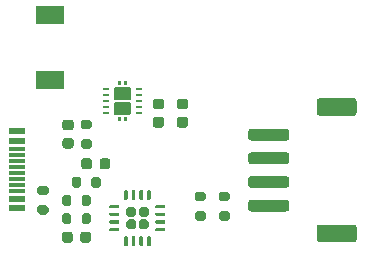
<source format=gtp>
G04 #@! TF.GenerationSoftware,KiCad,Pcbnew,(5.1.10-1-10_14)*
G04 #@! TF.CreationDate,2021-09-29T23:59:16+10:00*
G04 #@! TF.ProjectId,ServianPower5,53657276-6961-46e5-906f-776572352e6b,0.1*
G04 #@! TF.SameCoordinates,Original*
G04 #@! TF.FileFunction,Paste,Top*
G04 #@! TF.FilePolarity,Positive*
%FSLAX46Y46*%
G04 Gerber Fmt 4.6, Leading zero omitted, Abs format (unit mm)*
G04 Created by KiCad (PCBNEW (5.1.10-1-10_14)) date 2021-09-29 23:59:16*
%MOMM*%
%LPD*%
G01*
G04 APERTURE LIST*
%ADD10R,1.450000X0.600000*%
%ADD11R,1.450000X0.300000*%
%ADD12R,0.600000X0.240000*%
%ADD13R,2.400000X1.500000*%
G04 APERTURE END LIST*
G36*
G01*
X135234000Y-91865000D02*
X135784000Y-91865000D01*
G75*
G02*
X135984000Y-92065000I0J-200000D01*
G01*
X135984000Y-92465000D01*
G75*
G02*
X135784000Y-92665000I-200000J0D01*
G01*
X135234000Y-92665000D01*
G75*
G02*
X135034000Y-92465000I0J200000D01*
G01*
X135034000Y-92065000D01*
G75*
G02*
X135234000Y-91865000I200000J0D01*
G01*
G37*
G36*
G01*
X135234000Y-90215000D02*
X135784000Y-90215000D01*
G75*
G02*
X135984000Y-90415000I0J-200000D01*
G01*
X135984000Y-90815000D01*
G75*
G02*
X135784000Y-91015000I-200000J0D01*
G01*
X135234000Y-91015000D01*
G75*
G02*
X135034000Y-90815000I0J200000D01*
G01*
X135034000Y-90415000D01*
G75*
G02*
X135234000Y-90215000I200000J0D01*
G01*
G37*
G36*
G01*
X139617000Y-90191000D02*
X139617000Y-89641000D01*
G75*
G02*
X139817000Y-89441000I200000J0D01*
G01*
X140217000Y-89441000D01*
G75*
G02*
X140417000Y-89641000I0J-200000D01*
G01*
X140417000Y-90191000D01*
G75*
G02*
X140217000Y-90391000I-200000J0D01*
G01*
X139817000Y-90391000D01*
G75*
G02*
X139617000Y-90191000I0J200000D01*
G01*
G37*
G36*
G01*
X137967000Y-90191000D02*
X137967000Y-89641000D01*
G75*
G02*
X138167000Y-89441000I200000J0D01*
G01*
X138567000Y-89441000D01*
G75*
G02*
X138767000Y-89641000I0J-200000D01*
G01*
X138767000Y-90191000D01*
G75*
G02*
X138567000Y-90391000I-200000J0D01*
G01*
X138167000Y-90391000D01*
G75*
G02*
X137967000Y-90191000I0J200000D01*
G01*
G37*
D10*
X133356400Y-92124600D03*
X133356400Y-91324600D03*
X133356400Y-86424600D03*
X133356400Y-85624600D03*
X133356400Y-85624600D03*
X133356400Y-86424600D03*
X133356400Y-91324600D03*
X133356400Y-92124600D03*
D11*
X133356400Y-87124600D03*
X133356400Y-87624600D03*
X133356400Y-88124600D03*
X133356400Y-89124600D03*
X133356400Y-89624600D03*
X133356400Y-90124600D03*
X133356400Y-90624600D03*
X133356400Y-88624600D03*
G36*
G01*
X151151000Y-93173000D02*
X150601000Y-93173000D01*
G75*
G02*
X150401000Y-92973000I0J200000D01*
G01*
X150401000Y-92573000D01*
G75*
G02*
X150601000Y-92373000I200000J0D01*
G01*
X151151000Y-92373000D01*
G75*
G02*
X151351000Y-92573000I0J-200000D01*
G01*
X151351000Y-92973000D01*
G75*
G02*
X151151000Y-93173000I-200000J0D01*
G01*
G37*
G36*
G01*
X151151000Y-91523000D02*
X150601000Y-91523000D01*
G75*
G02*
X150401000Y-91323000I0J200000D01*
G01*
X150401000Y-90923000D01*
G75*
G02*
X150601000Y-90723000I200000J0D01*
G01*
X151151000Y-90723000D01*
G75*
G02*
X151351000Y-90923000I0J-200000D01*
G01*
X151351000Y-91323000D01*
G75*
G02*
X151151000Y-91523000I-200000J0D01*
G01*
G37*
G36*
G01*
X148569000Y-90723000D02*
X149119000Y-90723000D01*
G75*
G02*
X149319000Y-90923000I0J-200000D01*
G01*
X149319000Y-91323000D01*
G75*
G02*
X149119000Y-91523000I-200000J0D01*
G01*
X148569000Y-91523000D01*
G75*
G02*
X148369000Y-91323000I0J200000D01*
G01*
X148369000Y-90923000D01*
G75*
G02*
X148569000Y-90723000I200000J0D01*
G01*
G37*
G36*
G01*
X148569000Y-92373000D02*
X149119000Y-92373000D01*
G75*
G02*
X149319000Y-92573000I0J-200000D01*
G01*
X149319000Y-92973000D01*
G75*
G02*
X149119000Y-93173000I-200000J0D01*
G01*
X148569000Y-93173000D01*
G75*
G02*
X148369000Y-92973000I0J200000D01*
G01*
X148369000Y-92573000D01*
G75*
G02*
X148569000Y-92373000I200000J0D01*
G01*
G37*
G36*
G01*
X156130000Y-92400000D02*
X153130000Y-92400000D01*
G75*
G02*
X152880000Y-92150000I0J250000D01*
G01*
X152880000Y-91650000D01*
G75*
G02*
X153130000Y-91400000I250000J0D01*
G01*
X156130000Y-91400000D01*
G75*
G02*
X156380000Y-91650000I0J-250000D01*
G01*
X156380000Y-92150000D01*
G75*
G02*
X156130000Y-92400000I-250000J0D01*
G01*
G37*
G36*
G01*
X156130000Y-90400000D02*
X153130000Y-90400000D01*
G75*
G02*
X152880000Y-90150000I0J250000D01*
G01*
X152880000Y-89650000D01*
G75*
G02*
X153130000Y-89400000I250000J0D01*
G01*
X156130000Y-89400000D01*
G75*
G02*
X156380000Y-89650000I0J-250000D01*
G01*
X156380000Y-90150000D01*
G75*
G02*
X156130000Y-90400000I-250000J0D01*
G01*
G37*
G36*
G01*
X156130000Y-88400000D02*
X153130000Y-88400000D01*
G75*
G02*
X152880000Y-88150000I0J250000D01*
G01*
X152880000Y-87650000D01*
G75*
G02*
X153130000Y-87400000I250000J0D01*
G01*
X156130000Y-87400000D01*
G75*
G02*
X156380000Y-87650000I0J-250000D01*
G01*
X156380000Y-88150000D01*
G75*
G02*
X156130000Y-88400000I-250000J0D01*
G01*
G37*
G36*
G01*
X156130000Y-86400000D02*
X153130000Y-86400000D01*
G75*
G02*
X152880000Y-86150000I0J250000D01*
G01*
X152880000Y-85650000D01*
G75*
G02*
X153130000Y-85400000I250000J0D01*
G01*
X156130000Y-85400000D01*
G75*
G02*
X156380000Y-85650000I0J-250000D01*
G01*
X156380000Y-86150000D01*
G75*
G02*
X156130000Y-86400000I-250000J0D01*
G01*
G37*
G36*
G01*
X161830000Y-95000000D02*
X158930000Y-95000000D01*
G75*
G02*
X158680000Y-94750000I0J250000D01*
G01*
X158680000Y-93750000D01*
G75*
G02*
X158930000Y-93500000I250000J0D01*
G01*
X161830000Y-93500000D01*
G75*
G02*
X162080000Y-93750000I0J-250000D01*
G01*
X162080000Y-94750000D01*
G75*
G02*
X161830000Y-95000000I-250000J0D01*
G01*
G37*
G36*
G01*
X161830000Y-84300000D02*
X158930000Y-84300000D01*
G75*
G02*
X158680000Y-84050000I0J250000D01*
G01*
X158680000Y-83050000D01*
G75*
G02*
X158930000Y-82800000I250000J0D01*
G01*
X161830000Y-82800000D01*
G75*
G02*
X162080000Y-83050000I0J-250000D01*
G01*
X162080000Y-84050000D01*
G75*
G02*
X161830000Y-84300000I-250000J0D01*
G01*
G37*
G36*
G01*
X142772500Y-93064000D02*
X143197500Y-93064000D01*
G75*
G02*
X143410000Y-93276500I0J-212500D01*
G01*
X143410000Y-93701500D01*
G75*
G02*
X143197500Y-93914000I-212500J0D01*
G01*
X142772500Y-93914000D01*
G75*
G02*
X142560000Y-93701500I0J212500D01*
G01*
X142560000Y-93276500D01*
G75*
G02*
X142772500Y-93064000I212500J0D01*
G01*
G37*
G36*
G01*
X143822500Y-93064000D02*
X144247500Y-93064000D01*
G75*
G02*
X144460000Y-93276500I0J-212500D01*
G01*
X144460000Y-93701500D01*
G75*
G02*
X144247500Y-93914000I-212500J0D01*
G01*
X143822500Y-93914000D01*
G75*
G02*
X143610000Y-93701500I0J212500D01*
G01*
X143610000Y-93276500D01*
G75*
G02*
X143822500Y-93064000I212500J0D01*
G01*
G37*
G36*
G01*
X142772500Y-92014000D02*
X143197500Y-92014000D01*
G75*
G02*
X143410000Y-92226500I0J-212500D01*
G01*
X143410000Y-92651500D01*
G75*
G02*
X143197500Y-92864000I-212500J0D01*
G01*
X142772500Y-92864000D01*
G75*
G02*
X142560000Y-92651500I0J212500D01*
G01*
X142560000Y-92226500D01*
G75*
G02*
X142772500Y-92014000I212500J0D01*
G01*
G37*
G36*
G01*
X143822500Y-92014000D02*
X144247500Y-92014000D01*
G75*
G02*
X144460000Y-92226500I0J-212500D01*
G01*
X144460000Y-92651500D01*
G75*
G02*
X144247500Y-92864000I-212500J0D01*
G01*
X143822500Y-92864000D01*
G75*
G02*
X143610000Y-92651500I0J212500D01*
G01*
X143610000Y-92226500D01*
G75*
G02*
X143822500Y-92014000I212500J0D01*
G01*
G37*
G36*
G01*
X145110000Y-91839000D02*
X145810000Y-91839000D01*
G75*
G02*
X145885000Y-91914000I0J-75000D01*
G01*
X145885000Y-92064000D01*
G75*
G02*
X145810000Y-92139000I-75000J0D01*
G01*
X145110000Y-92139000D01*
G75*
G02*
X145035000Y-92064000I0J75000D01*
G01*
X145035000Y-91914000D01*
G75*
G02*
X145110000Y-91839000I75000J0D01*
G01*
G37*
G36*
G01*
X145110000Y-92489000D02*
X145810000Y-92489000D01*
G75*
G02*
X145885000Y-92564000I0J-75000D01*
G01*
X145885000Y-92714000D01*
G75*
G02*
X145810000Y-92789000I-75000J0D01*
G01*
X145110000Y-92789000D01*
G75*
G02*
X145035000Y-92714000I0J75000D01*
G01*
X145035000Y-92564000D01*
G75*
G02*
X145110000Y-92489000I75000J0D01*
G01*
G37*
G36*
G01*
X145110000Y-93139000D02*
X145810000Y-93139000D01*
G75*
G02*
X145885000Y-93214000I0J-75000D01*
G01*
X145885000Y-93364000D01*
G75*
G02*
X145810000Y-93439000I-75000J0D01*
G01*
X145110000Y-93439000D01*
G75*
G02*
X145035000Y-93364000I0J75000D01*
G01*
X145035000Y-93214000D01*
G75*
G02*
X145110000Y-93139000I75000J0D01*
G01*
G37*
G36*
G01*
X145110000Y-93789000D02*
X145810000Y-93789000D01*
G75*
G02*
X145885000Y-93864000I0J-75000D01*
G01*
X145885000Y-94014000D01*
G75*
G02*
X145810000Y-94089000I-75000J0D01*
G01*
X145110000Y-94089000D01*
G75*
G02*
X145035000Y-94014000I0J75000D01*
G01*
X145035000Y-93864000D01*
G75*
G02*
X145110000Y-93789000I75000J0D01*
G01*
G37*
G36*
G01*
X144410000Y-94489000D02*
X144560000Y-94489000D01*
G75*
G02*
X144635000Y-94564000I0J-75000D01*
G01*
X144635000Y-95264000D01*
G75*
G02*
X144560000Y-95339000I-75000J0D01*
G01*
X144410000Y-95339000D01*
G75*
G02*
X144335000Y-95264000I0J75000D01*
G01*
X144335000Y-94564000D01*
G75*
G02*
X144410000Y-94489000I75000J0D01*
G01*
G37*
G36*
G01*
X143760000Y-94489000D02*
X143910000Y-94489000D01*
G75*
G02*
X143985000Y-94564000I0J-75000D01*
G01*
X143985000Y-95264000D01*
G75*
G02*
X143910000Y-95339000I-75000J0D01*
G01*
X143760000Y-95339000D01*
G75*
G02*
X143685000Y-95264000I0J75000D01*
G01*
X143685000Y-94564000D01*
G75*
G02*
X143760000Y-94489000I75000J0D01*
G01*
G37*
G36*
G01*
X143110000Y-94489000D02*
X143260000Y-94489000D01*
G75*
G02*
X143335000Y-94564000I0J-75000D01*
G01*
X143335000Y-95264000D01*
G75*
G02*
X143260000Y-95339000I-75000J0D01*
G01*
X143110000Y-95339000D01*
G75*
G02*
X143035000Y-95264000I0J75000D01*
G01*
X143035000Y-94564000D01*
G75*
G02*
X143110000Y-94489000I75000J0D01*
G01*
G37*
G36*
G01*
X142460000Y-94489000D02*
X142610000Y-94489000D01*
G75*
G02*
X142685000Y-94564000I0J-75000D01*
G01*
X142685000Y-95264000D01*
G75*
G02*
X142610000Y-95339000I-75000J0D01*
G01*
X142460000Y-95339000D01*
G75*
G02*
X142385000Y-95264000I0J75000D01*
G01*
X142385000Y-94564000D01*
G75*
G02*
X142460000Y-94489000I75000J0D01*
G01*
G37*
G36*
G01*
X141210000Y-93789000D02*
X141910000Y-93789000D01*
G75*
G02*
X141985000Y-93864000I0J-75000D01*
G01*
X141985000Y-94014000D01*
G75*
G02*
X141910000Y-94089000I-75000J0D01*
G01*
X141210000Y-94089000D01*
G75*
G02*
X141135000Y-94014000I0J75000D01*
G01*
X141135000Y-93864000D01*
G75*
G02*
X141210000Y-93789000I75000J0D01*
G01*
G37*
G36*
G01*
X141210000Y-93139000D02*
X141910000Y-93139000D01*
G75*
G02*
X141985000Y-93214000I0J-75000D01*
G01*
X141985000Y-93364000D01*
G75*
G02*
X141910000Y-93439000I-75000J0D01*
G01*
X141210000Y-93439000D01*
G75*
G02*
X141135000Y-93364000I0J75000D01*
G01*
X141135000Y-93214000D01*
G75*
G02*
X141210000Y-93139000I75000J0D01*
G01*
G37*
G36*
G01*
X141210000Y-92489000D02*
X141910000Y-92489000D01*
G75*
G02*
X141985000Y-92564000I0J-75000D01*
G01*
X141985000Y-92714000D01*
G75*
G02*
X141910000Y-92789000I-75000J0D01*
G01*
X141210000Y-92789000D01*
G75*
G02*
X141135000Y-92714000I0J75000D01*
G01*
X141135000Y-92564000D01*
G75*
G02*
X141210000Y-92489000I75000J0D01*
G01*
G37*
G36*
G01*
X141210000Y-91839000D02*
X141910000Y-91839000D01*
G75*
G02*
X141985000Y-91914000I0J-75000D01*
G01*
X141985000Y-92064000D01*
G75*
G02*
X141910000Y-92139000I-75000J0D01*
G01*
X141210000Y-92139000D01*
G75*
G02*
X141135000Y-92064000I0J75000D01*
G01*
X141135000Y-91914000D01*
G75*
G02*
X141210000Y-91839000I75000J0D01*
G01*
G37*
G36*
G01*
X142460000Y-90589000D02*
X142610000Y-90589000D01*
G75*
G02*
X142685000Y-90664000I0J-75000D01*
G01*
X142685000Y-91364000D01*
G75*
G02*
X142610000Y-91439000I-75000J0D01*
G01*
X142460000Y-91439000D01*
G75*
G02*
X142385000Y-91364000I0J75000D01*
G01*
X142385000Y-90664000D01*
G75*
G02*
X142460000Y-90589000I75000J0D01*
G01*
G37*
G36*
G01*
X143110000Y-90589000D02*
X143260000Y-90589000D01*
G75*
G02*
X143335000Y-90664000I0J-75000D01*
G01*
X143335000Y-91364000D01*
G75*
G02*
X143260000Y-91439000I-75000J0D01*
G01*
X143110000Y-91439000D01*
G75*
G02*
X143035000Y-91364000I0J75000D01*
G01*
X143035000Y-90664000D01*
G75*
G02*
X143110000Y-90589000I75000J0D01*
G01*
G37*
G36*
G01*
X143760000Y-90589000D02*
X143910000Y-90589000D01*
G75*
G02*
X143985000Y-90664000I0J-75000D01*
G01*
X143985000Y-91364000D01*
G75*
G02*
X143910000Y-91439000I-75000J0D01*
G01*
X143760000Y-91439000D01*
G75*
G02*
X143685000Y-91364000I0J75000D01*
G01*
X143685000Y-90664000D01*
G75*
G02*
X143760000Y-90589000I75000J0D01*
G01*
G37*
G36*
G01*
X144410000Y-90589000D02*
X144560000Y-90589000D01*
G75*
G02*
X144635000Y-90664000I0J-75000D01*
G01*
X144635000Y-91364000D01*
G75*
G02*
X144560000Y-91439000I-75000J0D01*
G01*
X144410000Y-91439000D01*
G75*
G02*
X144335000Y-91364000I0J75000D01*
G01*
X144335000Y-90664000D01*
G75*
G02*
X144410000Y-90589000I75000J0D01*
G01*
G37*
D12*
X143640000Y-82058000D03*
X143640000Y-82558000D03*
X143640000Y-83058000D03*
X143640000Y-83558000D03*
X143640000Y-84058000D03*
X140840000Y-84058000D03*
X140840000Y-83558000D03*
X140840000Y-83058000D03*
X140840000Y-82558000D03*
X140840000Y-82058000D03*
G36*
G01*
X142365000Y-84733000D02*
X142365000Y-84443000D01*
G75*
G02*
X142390000Y-84418000I25000J0D01*
G01*
X142590000Y-84418000D01*
G75*
G02*
X142615000Y-84443000I0J-25000D01*
G01*
X142615000Y-84733000D01*
G75*
G02*
X142590000Y-84758000I-25000J0D01*
G01*
X142390000Y-84758000D01*
G75*
G02*
X142365000Y-84733000I0J25000D01*
G01*
G37*
G36*
G01*
X141865000Y-84733000D02*
X141865000Y-84443000D01*
G75*
G02*
X141890000Y-84418000I25000J0D01*
G01*
X142090000Y-84418000D01*
G75*
G02*
X142115000Y-84443000I0J-25000D01*
G01*
X142115000Y-84733000D01*
G75*
G02*
X142090000Y-84758000I-25000J0D01*
G01*
X141890000Y-84758000D01*
G75*
G02*
X141865000Y-84733000I0J25000D01*
G01*
G37*
G36*
G01*
X142365000Y-81673000D02*
X142365000Y-81383000D01*
G75*
G02*
X142390000Y-81358000I25000J0D01*
G01*
X142590000Y-81358000D01*
G75*
G02*
X142615000Y-81383000I0J-25000D01*
G01*
X142615000Y-81673000D01*
G75*
G02*
X142590000Y-81698000I-25000J0D01*
G01*
X142390000Y-81698000D01*
G75*
G02*
X142365000Y-81673000I0J25000D01*
G01*
G37*
G36*
G01*
X141865000Y-81673000D02*
X141865000Y-81383000D01*
G75*
G02*
X141890000Y-81358000I25000J0D01*
G01*
X142090000Y-81358000D01*
G75*
G02*
X142115000Y-81383000I0J-25000D01*
G01*
X142115000Y-81673000D01*
G75*
G02*
X142090000Y-81698000I-25000J0D01*
G01*
X141890000Y-81698000D01*
G75*
G02*
X141865000Y-81673000I0J25000D01*
G01*
G37*
G36*
G01*
X141490000Y-82852000D02*
X141490000Y-82004000D01*
G75*
G02*
X141596000Y-81898000I106000J0D01*
G01*
X142884000Y-81898000D01*
G75*
G02*
X142990000Y-82004000I0J-106000D01*
G01*
X142990000Y-82852000D01*
G75*
G02*
X142884000Y-82958000I-106000J0D01*
G01*
X141596000Y-82958000D01*
G75*
G02*
X141490000Y-82852000I0J106000D01*
G01*
G37*
G36*
G01*
X141490000Y-84112000D02*
X141490000Y-83264000D01*
G75*
G02*
X141596000Y-83158000I106000J0D01*
G01*
X142884000Y-83158000D01*
G75*
G02*
X142990000Y-83264000I0J-106000D01*
G01*
X142990000Y-84112000D01*
G75*
G02*
X142884000Y-84218000I-106000J0D01*
G01*
X141596000Y-84218000D01*
G75*
G02*
X141490000Y-84112000I0J106000D01*
G01*
G37*
G36*
G01*
X137928800Y-92739800D02*
X137928800Y-93289800D01*
G75*
G02*
X137728800Y-93489800I-200000J0D01*
G01*
X137328800Y-93489800D01*
G75*
G02*
X137128800Y-93289800I0J200000D01*
G01*
X137128800Y-92739800D01*
G75*
G02*
X137328800Y-92539800I200000J0D01*
G01*
X137728800Y-92539800D01*
G75*
G02*
X137928800Y-92739800I0J-200000D01*
G01*
G37*
G36*
G01*
X139578800Y-92739800D02*
X139578800Y-93289800D01*
G75*
G02*
X139378800Y-93489800I-200000J0D01*
G01*
X138978800Y-93489800D01*
G75*
G02*
X138778800Y-93289800I0J200000D01*
G01*
X138778800Y-92739800D01*
G75*
G02*
X138978800Y-92539800I200000J0D01*
G01*
X139378800Y-92539800D01*
G75*
G02*
X139578800Y-92739800I0J-200000D01*
G01*
G37*
G36*
G01*
X137928800Y-91190400D02*
X137928800Y-91740400D01*
G75*
G02*
X137728800Y-91940400I-200000J0D01*
G01*
X137328800Y-91940400D01*
G75*
G02*
X137128800Y-91740400I0J200000D01*
G01*
X137128800Y-91190400D01*
G75*
G02*
X137328800Y-90990400I200000J0D01*
G01*
X137728800Y-90990400D01*
G75*
G02*
X137928800Y-91190400I0J-200000D01*
G01*
G37*
G36*
G01*
X139578800Y-91190400D02*
X139578800Y-91740400D01*
G75*
G02*
X139378800Y-91940400I-200000J0D01*
G01*
X138978800Y-91940400D01*
G75*
G02*
X138778800Y-91740400I0J200000D01*
G01*
X138778800Y-91190400D01*
G75*
G02*
X138978800Y-90990400I200000J0D01*
G01*
X139378800Y-90990400D01*
G75*
G02*
X139578800Y-91190400I0J-200000D01*
G01*
G37*
G36*
G01*
X138917000Y-86277000D02*
X139467000Y-86277000D01*
G75*
G02*
X139667000Y-86477000I0J-200000D01*
G01*
X139667000Y-86877000D01*
G75*
G02*
X139467000Y-87077000I-200000J0D01*
G01*
X138917000Y-87077000D01*
G75*
G02*
X138717000Y-86877000I0J200000D01*
G01*
X138717000Y-86477000D01*
G75*
G02*
X138917000Y-86277000I200000J0D01*
G01*
G37*
G36*
G01*
X138917000Y-84627000D02*
X139467000Y-84627000D01*
G75*
G02*
X139667000Y-84827000I0J-200000D01*
G01*
X139667000Y-85227000D01*
G75*
G02*
X139467000Y-85427000I-200000J0D01*
G01*
X138917000Y-85427000D01*
G75*
G02*
X138717000Y-85227000I0J200000D01*
G01*
X138717000Y-84827000D01*
G75*
G02*
X138917000Y-84627000I200000J0D01*
G01*
G37*
D13*
X136144000Y-75736000D03*
X136144000Y-81236000D03*
G36*
G01*
X138028800Y-94339600D02*
X138028800Y-94839600D01*
G75*
G02*
X137803800Y-95064600I-225000J0D01*
G01*
X137353800Y-95064600D01*
G75*
G02*
X137128800Y-94839600I0J225000D01*
G01*
X137128800Y-94339600D01*
G75*
G02*
X137353800Y-94114600I225000J0D01*
G01*
X137803800Y-94114600D01*
G75*
G02*
X138028800Y-94339600I0J-225000D01*
G01*
G37*
G36*
G01*
X139578800Y-94339600D02*
X139578800Y-94839600D01*
G75*
G02*
X139353800Y-95064600I-225000J0D01*
G01*
X138903800Y-95064600D01*
G75*
G02*
X138678800Y-94839600I0J225000D01*
G01*
X138678800Y-94339600D01*
G75*
G02*
X138903800Y-94114600I225000J0D01*
G01*
X139353800Y-94114600D01*
G75*
G02*
X139578800Y-94339600I0J-225000D01*
G01*
G37*
G36*
G01*
X145038000Y-84399000D02*
X145538000Y-84399000D01*
G75*
G02*
X145763000Y-84624000I0J-225000D01*
G01*
X145763000Y-85074000D01*
G75*
G02*
X145538000Y-85299000I-225000J0D01*
G01*
X145038000Y-85299000D01*
G75*
G02*
X144813000Y-85074000I0J225000D01*
G01*
X144813000Y-84624000D01*
G75*
G02*
X145038000Y-84399000I225000J0D01*
G01*
G37*
G36*
G01*
X145038000Y-82849000D02*
X145538000Y-82849000D01*
G75*
G02*
X145763000Y-83074000I0J-225000D01*
G01*
X145763000Y-83524000D01*
G75*
G02*
X145538000Y-83749000I-225000J0D01*
G01*
X145038000Y-83749000D01*
G75*
G02*
X144813000Y-83524000I0J225000D01*
G01*
X144813000Y-83074000D01*
G75*
G02*
X145038000Y-82849000I225000J0D01*
G01*
G37*
G36*
G01*
X147070000Y-84399000D02*
X147570000Y-84399000D01*
G75*
G02*
X147795000Y-84624000I0J-225000D01*
G01*
X147795000Y-85074000D01*
G75*
G02*
X147570000Y-85299000I-225000J0D01*
G01*
X147070000Y-85299000D01*
G75*
G02*
X146845000Y-85074000I0J225000D01*
G01*
X146845000Y-84624000D01*
G75*
G02*
X147070000Y-84399000I225000J0D01*
G01*
G37*
G36*
G01*
X147070000Y-82849000D02*
X147570000Y-82849000D01*
G75*
G02*
X147795000Y-83074000I0J-225000D01*
G01*
X147795000Y-83524000D01*
G75*
G02*
X147570000Y-83749000I-225000J0D01*
G01*
X147070000Y-83749000D01*
G75*
G02*
X146845000Y-83524000I0J225000D01*
G01*
X146845000Y-83074000D01*
G75*
G02*
X147070000Y-82849000I225000J0D01*
G01*
G37*
G36*
G01*
X140304400Y-88616600D02*
X140304400Y-88116600D01*
G75*
G02*
X140529400Y-87891600I225000J0D01*
G01*
X140979400Y-87891600D01*
G75*
G02*
X141204400Y-88116600I0J-225000D01*
G01*
X141204400Y-88616600D01*
G75*
G02*
X140979400Y-88841600I-225000J0D01*
G01*
X140529400Y-88841600D01*
G75*
G02*
X140304400Y-88616600I0J225000D01*
G01*
G37*
G36*
G01*
X138754400Y-88616600D02*
X138754400Y-88116600D01*
G75*
G02*
X138979400Y-87891600I225000J0D01*
G01*
X139429400Y-87891600D01*
G75*
G02*
X139654400Y-88116600I0J-225000D01*
G01*
X139654400Y-88616600D01*
G75*
G02*
X139429400Y-88841600I-225000J0D01*
G01*
X138979400Y-88841600D01*
G75*
G02*
X138754400Y-88616600I0J225000D01*
G01*
G37*
G36*
G01*
X137392600Y-86177000D02*
X137892600Y-86177000D01*
G75*
G02*
X138117600Y-86402000I0J-225000D01*
G01*
X138117600Y-86852000D01*
G75*
G02*
X137892600Y-87077000I-225000J0D01*
G01*
X137392600Y-87077000D01*
G75*
G02*
X137167600Y-86852000I0J225000D01*
G01*
X137167600Y-86402000D01*
G75*
G02*
X137392600Y-86177000I225000J0D01*
G01*
G37*
G36*
G01*
X137392600Y-84627000D02*
X137892600Y-84627000D01*
G75*
G02*
X138117600Y-84852000I0J-225000D01*
G01*
X138117600Y-85302000D01*
G75*
G02*
X137892600Y-85527000I-225000J0D01*
G01*
X137392600Y-85527000D01*
G75*
G02*
X137167600Y-85302000I0J225000D01*
G01*
X137167600Y-84852000D01*
G75*
G02*
X137392600Y-84627000I225000J0D01*
G01*
G37*
M02*

</source>
